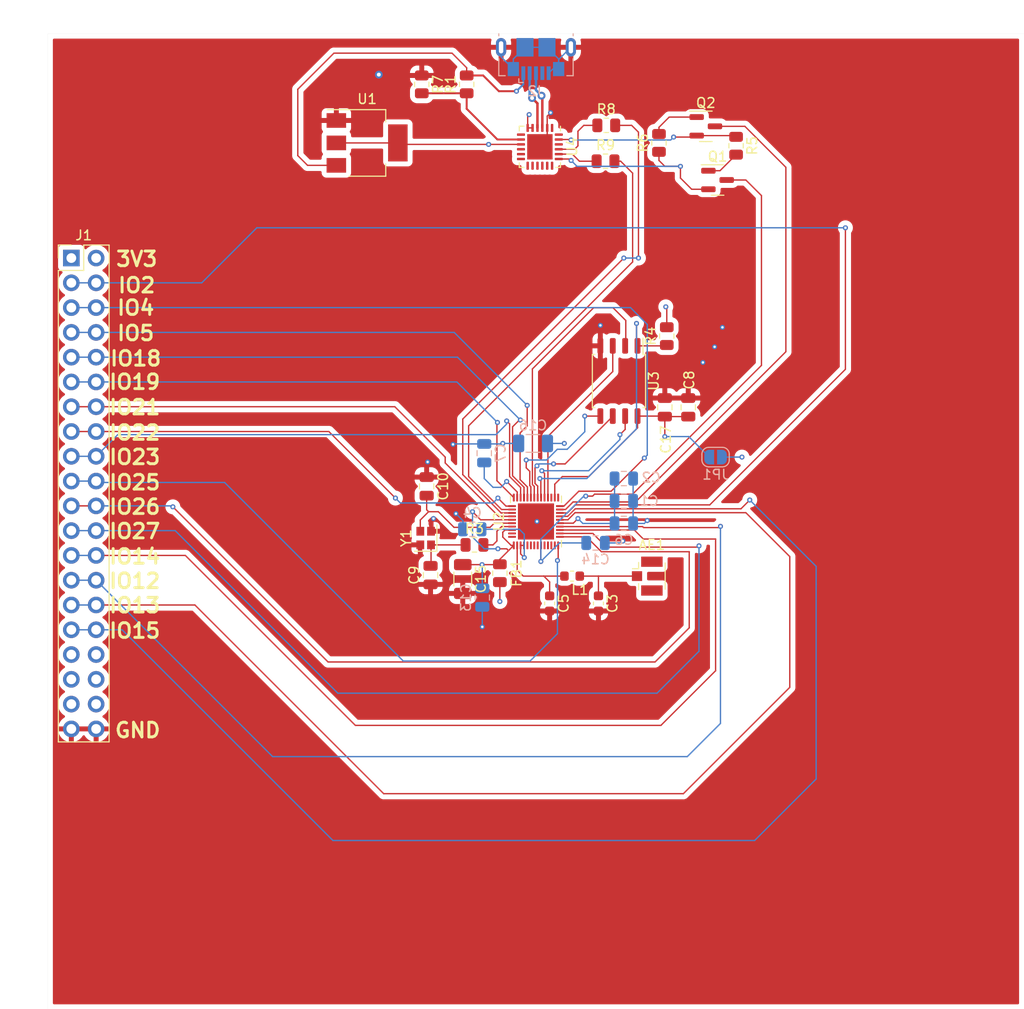
<source format=kicad_pcb>
(kicad_pcb (version 20211014) (generator pcbnew)
  (layers (0 "F.Cu" signal) (1 "In1.Cu" signal) (2 "In2.Cu" signal) (31 "B.Cu" signal) (34 "B.Paste" user) (35 "F.Paste" user) (36 "B.SilkS" user "B.Silkscreen") (37 "F.SilkS" user "F.Silkscreen") (38 "B.Mask" user) (39 "F.Mask" user) (44 "Edge.Cuts" user))
  (net 0 "")
  (net 1 "+3V3")
  (net 2 "GND")
  (net 3 "VDD_SDIO")
  (net 4 "Net-(C9-Pad2)")
  (net 5 "Net-(U2-Pad44)")
  (net 6 "Net-(U2-Pad1)")
  (net 7 "/EN")
  (net 8 "/IO2")
  (net 9 "/IO4")
  (net 10 "/IO5")
  (net 11 "/IO18")
  (net 12 "/IO19")
  (net 13 "/IO21")
  (net 14 "/IO22")
  (net 15 "/IO23")
  (net 16 "/IO25")
  (net 17 "/IO26")
  (net 18 "/IO27")
  (net 19 "/IO14")
  (net 20 "/IO12")
  (net 21 "/IO15")
  (net 28 "VBUS")
  (net 29 "Net-(J2-Pad2)")
  (net 30 "Net-(J2-Pad3)")
  (net 32 "Net-(Q1-Pad1)")
  (net 33 "/RTS")
  (net 34 "Net-(Q2-Pad1)")
  (net 35 "/DTR")
  (net 36 "/IO0")
  (net 37 "Net-(C3-Pad1)")
  (net 38 "Net-(U2-Pad45)")
  (net 39 "/FLASH_CS")
  (net 40 "Net-(C5-Pad1)")
  (net 41 "/IO36")
  (net 42 "/IO37")
  (net 43 "/IO38")
  (net 44 "/IO39")
  (net 45 "/IO34")
  (net 46 "/IO35")
  (net 47 "/IO32")
  (net 48 "/IO33")
  (net 49 "/IO16")
  (net 50 "/IO17")
  (net 51 "/FLASH_IO2")
  (net 52 "/FLASH_IO3")
  (net 53 "/FLASH_CLK")
  (net 54 "/FLASH_IO1")
  (net 55 "/FLASH_IO0")
  (net 56 "/RXD")
  (net 57 "/TXD")
  (net 69 "/DSR")
  (net 71 "Net-(U4-Pad8)")
  (net 72 "Net-(U4-Pad21)")
  (net 73 "Net-(U4-Pad20)")
  (net 76 "/IO13")
  (footprint "Package_SO:SOIC-8_5.23x5.23mm_P1.27mm" (layer "F.Cu") (at 78.5 55.6 -90)
    (fp_text reference "U3")
    (fp_text value "W25Q128JVS")
  )
  (footprint "Connector_Coaxial:U.FL_Hirose_U.FL-R-SMT-1_Vertical" (layer "F.Cu") (at 81.4 75.6)
    (fp_text reference "AE1")
    (fp_text value "Antenna")
  )
  (footprint "Package_TO_SOT_SMD:SOT-223-3_TabPin2" (layer "F.Cu") (at 52.7 31.2)
    (fp_text reference "U1")
    (fp_text value "AMS1117-3.3")
  )
  (footprint "Resistor_SMD:R_0805_2012Metric" (layer "F.Cu") (at 77.125 33.075)
    (fp_text reference "R9")
    (fp_text value "10k")
  )
  (footprint "Crystal:Crystal_SMD_2016-4Pin_2.0x1.6mm" (layer "F.Cu") (at 58.7 71.7 90)
    (fp_text reference "Y1")
    (fp_text value "Crystal_GND24")
  )
  (footprint "Resistor_SMD:R_0805_2012Metric" (layer "F.Cu") (at 58.3 25.2 -90)
    (fp_text reference "R7")
    (fp_text value "10k")
  )
  (footprint "Resistor_SMD:R_0805_2012Metric" (layer "F.Cu") (at 82.6 31.2 90)
    (fp_text reference "R6")
    (fp_text value "10k")
  )
  (footprint "Resistor_SMD:R_0805_2012Metric" (layer "F.Cu") (at 90.5 31.4875 -90)
    (fp_text reference "R5")
    (fp_text value "10k")
  )
  (footprint "Inductor_SMD:L_0603_1608Metric" (layer "F.Cu") (at 73.7 75.6 180)
    (fp_text reference "L1")
    (fp_text value "0.6n")
  )
  (footprint "Resistor_SMD:R_0805_2012Metric" (layer "F.Cu") (at 83.4 51 90)
    (fp_text reference "R4")
    (fp_text value "10k")
  )
  (footprint "Package_TO_SOT_SMD:SOT-23" (layer "F.Cu") (at 87.4 29.5)
    (fp_text reference "Q2")
    (fp_text value "BC817")
  )
  (footprint "Connector_PinHeader_2.54mm:PinHeader_2x20_P2.54mm_Vertical" (layer "F.Cu") (at 22.4 43)
    (fp_text reference "J1")
    (fp_text value "Conn_02x20_Odd_Even")
  )
  (footprint "Capacitor_SMD:C_0805_2012Metric" (layer "F.Cu") (at 59.2 75.5 90)
    (fp_text reference "C9")
    (fp_text value "8p")
  )
  (footprint "Resistor_SMD:R_0805_2012Metric" (layer "F.Cu") (at 77.2 29.4)
    (fp_text reference "R8")
    (fp_text value "10k")
  )
  (footprint "Capacitor_SMD:C_0603_1608Metric" (layer "F.Cu") (at 76.4 78.4 -90)
    (fp_text reference "C3")
    (fp_text value "C")
  )
  (footprint "Resistor_SMD:R_0805_2012Metric" (layer "F.Cu") (at 66.3 75.3 90)
    (fp_text reference "FB1")
    (fp_text value "FerriteBead")
  )
  (footprint "Capacitor_SMD:C_0805_2012Metric" (layer "F.Cu") (at 58.8 66.4 -90)
    (fp_text reference "C10")
    (fp_text value "C")
  )
  (footprint "Package_DFN_QFN:QFN-24-1EP_4x4mm_P0.5mm_EP2.6x2.6mm" (layer "F.Cu") (at 70.4 31.6 -90)
    (fp_text reference "U4")
    (fp_text value "CP2102N-Axx-xQFN24")
  )
  (footprint "Capacitor_SMD:C_0805_2012Metric" (layer "F.Cu") (at 83.2 58.3 90)
    (fp_text reference "C17")
    (fp_text value "100n")
  )
  (footprint "Capacitor_SMD:C_1206_3216Metric" (layer "F.Cu") (at 62.5 75.9 -90)
    (fp_text reference "C15")
    (fp_text value "10u")
  )
  (footprint "Resistor_SMD:R_0805_2012Metric" (layer "F.Cu") (at 63.7 72.4)
    (fp_text reference "R3")
    (fp_text value "1k")
  )
  (footprint "Package_DFN_QFN:QFN-48-1EP_5x5mm_P0.35mm_EP3.7x3.7mm" (layer "F.Cu") (at 70 70 90)
    (fp_text reference "U2")
    (fp_text value "ESP32")
  )
  (footprint "Capacitor_SMD:C_0603_1608Metric" (layer "F.Cu") (at 71.4 78.4 -90)
    (fp_text reference "C5")
    (fp_text value "C")
  )
  (footprint "Package_TO_SOT_SMD:SOT-23" (layer "F.Cu") (at 88.6 35)
    (fp_text reference "Q1")
    (fp_text value "BC817")
  )
  (footprint "Resistor_SMD:R_0805_2012Metric" (layer "F.Cu") (at 62.9 25.2 90)
    (fp_text reference "R1")
    (fp_text value "22.1k")
  )
  (footprint "Capacitor_SMD:C_0805_2012Metric" (layer "F.Cu") (at 85.6 58.3 90)
    (fp_text reference "C8")
    (fp_text value "100n")
  )
  (footprint "Jumper:SolderJumper-2_P1.3mm_Open_RoundedPad1.0x1.5mm" (layer "B.Cu") (at 88.4 63.4)
    (fp_text reference "JP1")
    (fp_text value "Jumper_2_Open")
  )
  (footprint "Capacitor_SMD:C_1206_3216Metric" (layer "B.Cu") (at 69.7 62 180)
    (fp_text reference "C16")
    (fp_text value "10u")
  )
  (footprint "Capacitor_SMD:C_0805_2012Metric" (layer "B.Cu") (at 76.1 72.2)
    (fp_text reference "C14")
    (fp_text value "1u")
  )
  (footprint "Capacitor_SMD:C_0805_2012Metric" (layer "B.Cu") (at 64.7 63 90)
    (fp_text reference "C7")
    (fp_text value "100n")
  )
  (footprint "Connector_USB:USB_Micro-B_GCT_USB3076-30-A" (layer "B.Cu") (at 70 22.6)
    (fp_text reference "J2")
    (fp_text value "USB_B_Micro")
  )
  (footprint "Capacitor_SMD:C_0805_2012Metric" (layer "B.Cu") (at 79 65.6)
    (fp_text reference "C2")
    (fp_text value "100n")
  )
  (footprint "Capacitor_SMD:C_0805_2012Metric" (layer "B.Cu") (at 63.472936 70.8 180)
    (fp_text reference "C4")
    (fp_text value "100n")
  )
  (footprint "Capacitor_SMD:C_0805_2012Metric" (layer "B.Cu") (at 79 70.2)
    (fp_text reference "C6")
    (fp_text value "100n")
  )
  (footprint "Capacitor_SMD:C_0805_2012Metric" (layer "B.Cu") (at 64.5 77.8 -90)
    (fp_text reference "C13")
    (fp_text value "100n")
  )
  (footprint "Capacitor_SMD:C_0805_2012Metric" (layer "B.Cu") (at 79 67.9)
    (fp_text reference "C1")
    (fp_text value "100n")
  )
  (gr_rect (start 20 20) (end 120 120) (layer "Edge.Cuts") (width 0.01) (fill none))
  (gr_text "IO23" (at 28.9 63.4) (layer "F.SilkS") (effects (font (size 1.5 1.5) (thickness 0.3))))
  (gr_text "IO15" (at 28.9 81.2) (layer "F.SilkS") (effects (font (size 1.5 1.5) (thickness 0.3))))
  (gr_text "GND" (at 29.2 91.4) (layer "F.SilkS") (effects (font (size 1.5 1.5) (thickness 0.3))))
  (gr_text "IO22" (at 28.9 60.9) (layer "F.SilkS") (effects (font (size 1.5 1.5) (thickness 0.3))))
  (gr_text "IO21" (at 28.9 58.3) (layer "F.SilkS") (effects (font (size 1.5 1.5) (thickness 0.3))))
  (gr_text "IO4" (at 29 48.1) (layer "F.SilkS") (effects (font (size 1.5 1.5) (thickness 0.3))))
  (gr_text "IO12" (at 28.9 76.1) (layer "F.SilkS") (effects (font (size 1.5 1.5) (thickness 0.3))))
  (gr_text "IO2" (at 29.1 45.8) (layer "F.SilkS") (effects (font (size 1.5 1.5) (thickness 0.3))))
  (gr_text "IO18" (at 29 53.3) (layer "F.SilkS") (effects (font (size 1.5 1.5) (thickness 0.3))))
  (gr_text "IO26" (at 28.9 68.5) (layer "F.SilkS") (effects (font (size 1.5 1.5) (thickness 0.3))))
  (gr_text "3V3" (at 29.1 43.1) (layer "F.SilkS") (effects (font (size 1.5 1.5) (thickness 0.3))))
  (gr_text "IO19" (at 28.9 55.7) (layer "F.SilkS") (effects (font (size 1.5 1.5) (thickness 0.3))))
  (gr_text "IO14\n" (at 28.9 73.6) (layer "F.SilkS") (effects (font (size 1.5 1.5) (thickness 0.3))))
  (gr_text "IO13" (at 28.9 78.6) (layer "F.SilkS") (effects (font (size 1.5 1.5) (thickness 0.3))))
  (gr_text "IO5\n" (at 29 50.7) (layer "F.SilkS") (effects (font (size 1.5 1.5) (thickness 0.3))))
  (gr_text "IO27\n" (at 28.9 71) (layer "F.SilkS") (effects (font (size 1.5 1.5) (thickness 0.3))))
  (gr_text "IO25\n" (at 28.9 66) (layer "F.SilkS") (effects (font (size 1.5 1.5) (thickness 0.3))))
  (segment (start 68.425 73.325) (end 68.425 72.45) (width 0.137) (layer "F.Cu") (net 1))
  (segment (start 69.15 29.6625) (end 69.15 28.45) (width 0.137) (layer "F.Cu") (net 1))
  (segment (start 83.4 50.0875) (end 83.4 48.1) (width 0.137) (layer "F.Cu") (net 1))
  (segment (start 68.4625 31.35) (end 65.15 31.35) (width 0.137) (layer "F.Cu") (net 1))
  (segment (start 68.8 73.7) (end 68.425 73.325) (width 0.137) (layer "F.Cu") (net 1))
  (segment (start 73.825 70.175) (end 72.45 70.175) (width 0.137) (layer "F.Cu") (net 1))
  (segment (start 68.075 66.975) (end 68.075 67.55) (width 0.137) (layer "F.Cu") (net 1))
  (segment (start 55.85 31.2) (end 49.55 31.2) (width 0.137) (layer "F.Cu") (net 1))
  (segment (start 66.3 78.2) (end 66.3 76.2125) (width 0.137) (layer "F.Cu") (net 1))
  (segment (start 65.15 31.35) (end 56 31.35) (width 0.137) (layer "F.Cu") (net 1))
  (segment (start 68.775 72.45) (end 68.425 72.45) (width 0.137) (layer "F.Cu") (net 1))
  (segment (start 69.15 28.45) (end 69.3 28.3) (width 0.137) (layer "F.Cu") (net 1))
  (segment (start 69.15 29.6625) (end 69.65 29.6625) (width 0.137) (layer "F.Cu") (net 1))
  (segment (start 67 65.9) (end 68.075 66.975) (width 0.137) (layer "F.Cu") (net 1))
  (segment (start 74.3 69.7) (end 73.825 70.175) (width 0.137) (layer "F.Cu") (net 1))
  (segment (start 83.4 48.1) (end 83.3 48) (width 0.137) (layer "F.Cu") (net 1))
  (segment (start 56 31.35) (end 55.85 31.2) (width 0.137) (layer "F.Cu") (net 1))
  (via (at 66.3 78.2) (size 0.51) (drill 0.25) (layers "F.Cu" "B.Cu") (net 1))
  (via (at 74.3 69.7) (size 0.51) (drill 0.25) (layers "F.Cu" "B.Cu") (net 1))
  (via (at 67 65.9) (size 0.51) (drill 0.25) (layers "F.Cu" "B.Cu") (net 1))
  (via (at 72.9 62) (size 0.51) (drill 0.25) (layers "F.Cu" "B.Cu") (net 1))
  (via (at 83.3 48) (size 0.51) (drill 0.25) (layers "F.Cu" "B.Cu") (net 1))
  (via (at 65.15 31.35) (size 0.51) (drill 0.25) (layers "F.Cu" "B.Cu") (net 1))
  (via (at 91.1 63.4) (size 0.51) (drill 0.25) (layers "F.Cu" "B.Cu") (net 1))
  (via (at 68.8 73.7) (size 0.51) (drill 0.25) (layers "F.Cu" "B.Cu") (net 1))
  (via (at 69.3 28.3) (size 0.51) (drill 0.25) (layers "F.Cu" "B.Cu") (net 1))
  (segment (start 78.05 67.9) (end 78.05 70.2) (width 0.137) (layer "B.Cu") (net 1))
  (segment (start 67 65.9) (end 66.4 66.5) (width 0.137) (layer "B.Cu") (net 1))
  (segment (start 66.4 66.5) (end 65.6 66.5) (width 0.137) (layer "B.Cu") (net 1))
  (segment (start 65.6 66.5) (end 64.7 65.6) (width 0.137) (layer "B.Cu") (net 1))
  (segment (start 64.422936 70.8) (end 68.3 70.8) (width 0.137) (layer "B.Cu") (net 1))
  (segment (start 89.05 63.4) (end 91.1 63.4) (width 0.137) (layer "B.Cu") (net 1))
  (segment (start 68.8 71.3) (end 68.8 73.7) (width 0.137) (layer "B.Cu") (net 1))
  (segment (start 78.05 65.6) (end 78.05 67.9) (width 0.137) (layer "B.Cu") (net 1))
  (segment (start 64.7 65.6) (end 64.7 63.95) (width 0.137) (layer "B.Cu") (net 1))
  (segment (start 71.175 62) (end 72.9 62) (width 0.137) (layer "B.Cu") (net 1))
  (segment (start 74.3 69.7) (end 74.8 70.2) (width 0.137) (layer "B.Cu") (net 1))
  (segment (start 74.8 70.2) (end 78.05 70.2) (width 0.137) (layer "B.Cu") (net 1))
  (segment (start 68.3 70.8) (end 68.8 71.3) (width 0.137) (layer "B.Cu") (net 1))
  (segment (start 71.15 29.6625) (end 71.15 28.45) (width 0.137) (layer "F.Cu") (net 2))
  (segment (start 76.595 49.905) (end 76.6 49.9) (width 0.137) (layer "F.Cu") (net 2))
  (segment (start 58.9 65.35) (end 58.9 63.9) (width 0.137) (layer "F.Cu") (net 2))
  (segment (start 71.15 28.45) (end 71.5 28.1) (width 0.137) (layer "F.Cu") (net 2))
  (segment (start 58.8 65.45) (end 58.9 65.35) (width 0.137) (layer "F.Cu") (net 2))
  (segment (start 76.595 52) (end 76.595 49.905) (width 0.137) (layer "F.Cu") (net 2))
  (segment (start 71.15 30.85) (end 70.4 31.6) (width 0.137) (layer "F.Cu") (net 2))
  (segment (start 71.15 29.6625) (end 71.15 30.85) (width 0.137) (layer "F.Cu") (net 2))
  (via (at 76.6 49.9) (size 0.51) (drill 0.25) (layers "F.Cu" "B.Cu") (net 2))
  (via (at 61.8 69.2) (size 0.51) (drill 0.25) (layers "F.Cu" "B.Cu") (net 2))
  (via (at 78.9 72) (size 0.51) (drill 0.25) (layers "F.Cu" "B.Cu") (net 2))
  (via (at 71.5 28.1) (size 0.51) (drill 0.25) (layers "F.Cu" "B.Cu") (net 2))
  (via (at 58.9 63.9) (size 0.51) (drill 0.25) (layers "F.Cu" "B.Cu") (net 2))
  (via (at 66.6 62) (size 0.51) (drill 0.25) (layers "F.Cu" "B.Cu") (net 2))
  (via (at 87.1 53.7) (size 0.51) (drill 0.25) (layers "F.Cu" "B.Cu") (net 2))
  (via (at 53.9 24.2) (size 0.8) (drill 0.4) (layers "F.Cu" "B.Cu") (net 2))
  (via (at 88.3 52.1) (size 0.51) (drill 0.25) (layers "F.Cu" "B.Cu") (net 2))
  (via (at 61.5 62.1) (size 0.51) (drill 0.25) (layers "F.Cu" "B.Cu") (net 2))
  (via (at 70.1 70) (size 0.51) (drill 0.25) (layers "F.Cu" "B.Cu") (net 2))
  (via (at 81.4 69.9) (size 0.51) (drill 0.25) (layers "F.Cu" "B.Cu") (net 2))
  (via (at 59.5 69.7) (size 0.51) (drill 0.25) (layers "F.Cu" "B.Cu") (net 2))
  (via (at 64.5 80.8) (size 0.51) (drill 0.25) (layers "F.Cu" "B.Cu") (net 2))
  (via (at 89.1 50.1) (size 0.51) (drill 0.25) (layers "F.Cu" "B.Cu") (net 2))
  (segment (start 62.522936 70.8) (end 62.522936 69.922936) (width 0.137) (layer "B.Cu") (net 2))
  (segment (start 64.5 78.75) (end 64.5 80.8) (width 0.137) (layer "B.Cu") (net 2))
  (segment (start 71.125 21.4) (end 72.32 22.595) (width 0.137) (layer "B.Cu") (net 2))
  (segment (start 64.7 62.05) (end 61.55 62.05) (width 0.137) (layer "B.Cu") (net 2))
  (segment (start 73.575 21.4) (end 72.32 22.655) (width 0.137) (layer "B.Cu") (net 2))
  (segment (start 68.225 62) (end 66.6 62) (width 0.137) (layer "B.Cu") (net 2))
  (segment (start 72.32 22.595) (end 72.32 23.63) (width 0.137) (layer "B.Cu") (net 2))
  (segment (start 67.68 22.595) (end 68.875 21.4) (width 0.137) (layer "B.Cu") (net 2))
  (segment (start 78.7 72.2) (end 78.9 72) (width 0.137) (layer "B.Cu") (net 2))
  (segment (start 61.55 62.05) (end 61.5 62.1) (width 0.137) (layer "B.Cu") (net 2))
  (segment (start 66.55 62.05) (end 66.6 62) (width 0.137) (layer "B.Cu") (net 2))
  (segment (start 66.425 22.375) (end 67.68 23.63) (width 0.137) (layer "B.Cu") (net 2))
  (segment (start 66.425 21.4) (end 66.425 22.375) (width 0.137) (layer "B.Cu") (net 2))
  (segment (start 81.1 70.2) (end 81.4 69.9) (width 0.137) (layer "B.Cu") (net 2))
  (segment (start 79.95 70.2) (end 81.1 70.2) (width 0.137) (layer "B.Cu") (net 2))
  (segment (start 68.875 21.4) (end 71.125 21.4) (width 0.137) (layer "B.Cu") (net 2))
  (segment (start 64.7 62.05) (end 66.55 62.05) (width 0.137) (layer "B.Cu") (net 2))
  (segment (start 71.72 23.63) (end 71.3 24.05) (width 0.137) (layer "B.Cu") (net 2))
  (segment (start 67.68 23.63) (end 67.68 22.595) (width 0.137) (layer "B.Cu") (net 2))
  (segment (start 79.95 67.9) (end 79.95 70.2) (width 0.137) (layer "B.Cu") (net 2))
  (segment (start 72.32 22.655) (end 72.32 23.63) (width 0.137) (layer "B.Cu") (net 2))
  (segment (start 72.32 23.63) (end 71.72 23.63) (width 0.137) (layer "B.Cu") (net 2))
  (segment (start 77.05 72.2) (end 78.7 72.2) (width 0.137) (layer "B.Cu") (net 2))
  (segment (start 62.522936 69.922936) (end 61.8 69.2) (width 0.137) (layer "B.Cu") (net 2))
  (segment (start 79.95 65.6) (end 79.95 67.9) (width 0.137) (layer "B.Cu") (net 2))
  (segment (start 80.405 60.400991) (end 75.405991 65.4) (width 0.137) (layer "F.Cu") (net 3))
  (segment (start 83.2 59.25) (end 83.2 61.3) (width 0.137) (layer "F.Cu") (net 3))
  (segment (start 80.405 59.2) (end 80.405 60.400991) (width 0.137) (layer "F.Cu") (net 3))
  (segment (start 72.7 65.4) (end 71.925 66.175) (width 0.137) (layer "F.Cu") (net 3))
  (segment (start 80.405 59.2) (end 83.15 59.2) (width 0.137) (layer "F.Cu") (net 3))
  (segment (start 71.925 66.175) (end 71.925 67.55) (width 0.137) (layer "F.Cu") (net 3))
  (segment (start 85.6 59.25) (end 83.2 59.25) (width 0.137) (layer "F.Cu") (net 3))
  (segment (start 75.405991 65.4) (end 72.7 65.4) (width 0.137) (layer "F.Cu") (net 3))
  (segment (start 83.15 59.2) (end 83.2 59.25) (width 0.137) (layer "F.Cu") (net 3))
  (via (at 83.2 61.3) (size 0.51) (drill 0.25) (layers "F.Cu" "B.Cu") (net 3))
  (segment (start 83.2 61.3) (end 85.65 61.3) (width 0.137) (layer "B.Cu") (net 3))
  (segment (start 85.65 61.3) (end 87.75 63.4) (width 0.137) (layer "B.Cu") (net 3))
  (segment (start 59.2 74.55) (end 59.25 74.5) (width 0.137) (layer "F.Cu") (net 4))
  (segment (start 59.25 74.5) (end 59.25 72.4) (width 0.137) (layer "F.Cu") (net 4))
  (segment (start 59.25 72.4) (end 62.7875 72.4) (width 0.137) (layer "F.Cu") (net 4))
  (segment (start 60 69) (end 61.6 70.6) (width 0.137) (layer "F.Cu") (net 5))
  (segment (start 58.8 67.35) (end 58.8 68.8) (width 0.137) (layer "F.Cu") (net 5))
  (segment (start 58.15 69.85) (end 59 69) (width 0.137) (layer "F.Cu") (net 5))
  (segment (start 65.725 70.175) (end 67.55 70.175) (width 0.137) (layer "F.Cu") (net 5))
  (segment (start 61.6 70.6) (end 65.3 70.6) (width 0.137) (layer "F.Cu") (net 5))
  (segment (start 58.8 68.8) (end 59 69) (width 0.137) (layer "F.Cu") (net 5))
  (segment (start 58.15 71) (end 58.15 69.85) (width 0.137) (layer "F.Cu") (net 5))
  (segment (start 65.3 70.6) (end 65.725 70.175) (width 0.137) (layer "F.Cu") (net 5))
  (segment (start 59 69) (end 60 69) (width 0.137) (layer "F.Cu") (net 5))
  (segment (start 66.6 71.1) (end 66.825 70.875) (width 0.137) (layer "F.Cu") (net 6))
  (segment (start 66.3 74.3875) (end 66.3 73.875) (width 0.137) (layer "F.Cu") (net 6))
  (segment (start 64.475 74.425) (end 66.2625 74.425) (width 0.137) (layer "F.Cu") (net 6))
  (segment (start 66.2625 74.425) (end 66.3 74.3875) (width 0.137) (layer "F.Cu") (net 6))
  (segment (start 66.3 73.875) (end 67.1875 72.9875) (width 0.137) (layer "F.Cu") (net 6))
  (segment (start 66.1 72.8) (end 67 72.8) (width 0.137) (layer "F.Cu") (net 6))
  (segment (start 67.725 72.45) (end 67.45 72.45) (width 0.137) (layer "F.Cu") (net 6))
  (segment (start 64.325 69.825) (end 63.5 69) (width 0.137) (layer "F.Cu") (net 6))
  (segment (start 67.55 69.825) (end 64.325 69.825) (width 0.137) (layer "F.Cu") (net 6))
  (segment (start 66.825 70.875) (end 67.55 70.875) (width 0.137) (layer "F.Cu") (net 6))
  (segment (start 67.45 72.45) (end 66.6 71.6) (width 0.137) (layer "F.Cu") (net 6))
  (segment (start 62.5 74.425) (end 64.475 74.425) (width 0.137) (layer "F.Cu") (net 6))
  (segment (start 67 72.8) (end 67.1875 72.9875) (width 0.137) (layer "F.Cu") (net 6))
  (segment (start 66.6 71.6) (end 66.6 71.1) (width 0.137) (layer "F.Cu") (net 6))
  (segment (start 67.1875 72.9875) (end 67.725 72.45) (width 0.137) (layer "F.Cu") (net 6))
  (via (at 64.475 74.425) (size 0.51) (drill 0.25) (layers "F.Cu" "B.Cu") (net 6))
  (via (at 63.5 69) (size 0.51) (drill 0.25) (layers "F.Cu" "B.Cu") (net 6))
  (via (at 66.1 72.8) (size 0.51) (drill 0.25) (layers "F.Cu" "B.Cu") (net 6))
  (segment (start 64.5 76.85) (end 64.5 74.45) (width 0.137) (layer "B.Cu") (net 6))
  (segment (start 64.7 72.8) (end 66.1 72.8) (width 0.137) (layer "B.Cu") (net 6))
  (segment (start 63.5 69) (end 63.5 71.6) (width 0.137) (layer "B.Cu") (net 6))
  (segment (start 64.5 74.45) (end 64.475 74.425) (width 0.137) (layer "B.Cu") (net 6))
  (segment (start 64.4 72.5) (end 64.7 72.8) (width 0.137) (layer "B.Cu") (net 6))
  (segment (start 63.5 71.6) (end 64.4 72.5) (width 0.137) (layer "B.Cu") (net 6))
  (segment (start 93.1 54) (end 93.1 36.6) (width 0.137) (layer "F.Cu") (net 7))
  (segment (start 79.9 67.2) (end 93.1 54) (width 0.137) (layer "F.Cu") (net 7))
  (segment (start 75.8 67.4) (end 76 67.2) (width 0.137) (layer "F.Cu") (net 7))
  (segment (start 91.5 35) (end 89.5375 35) (width 0.137) (layer "F.Cu") (net 7))
  (segment (start 75.1 67.4) (end 75.8 67.4) (width 0.137) (layer "F.Cu") (net 7))
  (segment (start 70.5 74.1) (end 70.5 72.475) (width 0.137) (layer "F.Cu") (net 7))
  (segment (start 76 67.2) (end 79.9 67.2) (width 0.137) (layer "F.Cu") (net 7))
  (segment (start 93.1 36.6) (end 91.5 35) (width 0.137) (layer "F.Cu") (net 7))
  (segment (start 70.5 72.475) (end 70.525 72.45) (width 0.137) (layer "F.Cu") (net 7))
  (via (at 70.5 74.1) (size 0.51) (drill 0.25) (layers "F.Cu" "B.Cu") (net 7))
  (via (at 75.1 67.4) (size 0.51) (drill 0.25) (layers "F.Cu" "B.Cu") (net 7))
  (segment (start 75.1 67.4) (end 74.9 67.4) (width 0.137) (layer "B.Cu") (net 7))
  (segment (start 75.15 72.2) (end 72.4 72.2) (width 0.137) (layer "B.Cu") (net 7))
  (segment (start 72.4 72.2) (end 70.5 74.1) (width 0.137) (layer "B.Cu") (net 7))
  (segment (start 74.9 67.4) (end 70.5 71.8) (width 0.137) (layer "B.Cu") (net 7))
  (segment (start 70.5 71.8) (end 70.5 74.1) (width 0.137) (layer "B.Cu") (net 7))
  (segment (start 74.044808 68.3) (end 87.8 68.3) (width 0.137) (layer "F.Cu") (net 8))
  (segment (start 87.8 68.3) (end 101.7 54.4) (width 0.137) (layer "F.Cu") (net 8))
  (segment (start 72.45 69.125) (end 73.219808 69.125) (width 0.137) (layer "F.Cu") (net 8))
  (segment (start 73.219808 69.125) (end 74.044808 68.3) (width 0.137) (layer "F.Cu") (net 8))
  (segment (start 101.7 54.4) (end 101.7 39.9) (width 0.137) (layer "F.Cu") (net 8))
  (via (at 101.7 39.9) (size 0.51) (drill 0.25) (layers "F.Cu" "B.Cu") (net 8))
  (segment (start 35.76 45.54) (end 24.94 45.54) (width 0.137) (layer "B.Cu") (net 8))
  (segment (start 101.7 39.9) (end 41.4 39.9) (width 0.137) (layer "B.Cu") (net 8))
  (segment (start 41.4 39.9) (end 35.76 45.54) (width 0.137) (layer "B.Cu") (net 8))
  (segment (start 24.94 45.54) (end 22.4 45.54) (width 0.137) (layer "B.Cu") (net 8))
  (segment (start 81.1 63.5) (end 77.7 66.9) (width 0.137) (layer "F.Cu") (net 9))
  (segment (start 74.3875 66.9) (end 72.8625 68.425) (width 0.137) (layer "F.Cu") (net 9))
  (segment (start 77.7 66.9) (end 74.3875 66.9) (width 0.137) (layer "F.Cu") (net 9))
  (segment (start 72.8625 68.425) (end 72.45 68.425) (width 0.137) (layer "F.Cu") (net 9))
  (via (at 81.1 63.5) (size 0.51) (drill 0.25) (layers "F.Cu" "B.Cu") (net 9))
  (segment (start 24.94 48.08) (end 79.68 48.08) (width 0.137) (layer "B.Cu") (net 9))
  (segment (start 79.68 48.08) (end 81.4 49.8) (width 0.137) (layer "B.Cu") (net 9))
  (segment (start 22.4 48.08) (end 24.94 48.08) (width 0.137) (layer "B.Cu") (net 9))
  (segment (start 81.4 49.8) (end 81.4 63.2) (width 0.137) (layer "B.Cu") (net 9))
  (segment (start 81.4 63.2) (end 81.1 63.5) (width 0.137) (layer "B.Cu") (net 9))
  (segment (start 68.5 60.8) (end 69.1 60.2) (width 0.137) (layer "F.Cu") (net 10))
  (segment (start 69.1 60.2) (end 69.1 58.1) (width 0.137) (layer "F.Cu") (net 10))
  (segment (start 68.3715 60.9285) (end 68.5 60.8) (width 0.137) (layer "F.Cu") (net 10))
  (segment (start 68.3715 65.710318) (end 68.3715 60.9285) (width 0.137) (layer "F.Cu") (net 10))
  (segment (start 69.125 66.463817) (end 68.730591 66.069409) (width 0.137) (layer "F.Cu") (net 10))
  (segment (start 69.125 67.55) (end 69.125 66.463817) (width 0.137) (layer "F.Cu") (net 10))
  (segment (start 68.730591 66.069409) (end 68.3715 65.710318) (width 0.137) (layer "F.Cu") (net 10))
  (via (at 69.1 58.1) (size 0.51) (drill 0.25) (layers "F.Cu" "B.Cu") (net 10))
  (segment (start 22.4 50.62) (end 24.94 50.62) (width 0.137) (layer "B.Cu") (net 10))
  (segment (start 69.1 58.1) (end 61.62 50.62) (width 0.137) (layer "B.Cu") (net 10))
  (segment (start 61.62 50.62) (end 24.94 50.62) (width 0.137) (layer "B.Cu") (net 10))
  (segment (start 67.6 60.3) (end 68.3 59.6) (width 0.137) (layer "F.Cu") (net 11))
  (segment (start 68.3 59.6) (end 68.4 59.6) (width 0.137) (layer "F.Cu") (net 11))
  (segment (start 68.775 66.491413) (end 67.6 65.316414) (width 0.137) (layer "F.Cu") (net 11))
  (segment (start 67.6 65.316414) (end 67.6 60.3) (width 0.137) (layer "F.Cu") (net 11))
  (segment (start 68.775 67.55) (end 68.775 66.491413) (width 0.137) (layer "F.Cu") (net 11))
  (via (at 68.4 59.6) (size 0.51) (drill 0.25) (layers "F.Cu" "B.Cu") (net 11))
  (segment (start 61.96 53.16) (end 68.4 59.6) (width 0.137) (layer "B.Cu") (net 11))
  (segment (start 22.4 53.16) (end 24.94 53.16) (width 0.137) (layer "B.Cu") (net 11))
  (segment (start 24.94 53.16) (end 61.96 53.16) (width 0.137) (layer "B.Cu") (net 11))
  (segment (start 66 59.9) (end 66 65.825) (width 0.137) (layer "F.Cu") (net 12))
  (segment (start 66.05 59.85) (end 66 59.9) (width 0.137) (layer "F.Cu") (net 12))
  (segment (start 66 65.825) (end 67.725 67.55) (width 0.137) (layer "F.Cu") (net 12))
  (via (at 66.05 59.85) (size 0.51) (drill 0.25) (layers "F.Cu" "B.Cu") (net 12))
  (segment (start 22.4 55.7) (end 24.94 55.7) (width 0.137) (layer "B.Cu") (net 12))
  (segment (start 66.05 59.85) (end 61.9 55.7) (width 0.137) (layer "B.Cu") (net 12))
  (segment (start 61.9 55.7) (end 24.94 55.7) (width 0.137) (layer "B.Cu") (net 12))
  (segment (start 66.175 69.475) (end 60.7 64) (width 0.137) (layer "F.Cu") (net 13))
  (segment (start 55.54 58.24) (end 24.94 58.24) (width 0.137) (layer "F.Cu") (net 13))
  (segment (start 60.7 64) (end 60.7 63.4) (width 0.137) (layer "F.Cu") (net 13))
  (segment (start 67.55 69.475) (end 66.175 69.475) (width 0.137) (layer "F.Cu") (net 13))
  (segment (start 60.7 63.4) (end 55.54 58.24) (width 0.137) (layer "F.Cu") (net 13))
  (segment (start 22.4 58.24) (end 24.94 58.24) (width 0.137) (layer "F.Cu") (net 13))
  (segment (start 48.78 60.78) (end 55.6 67.6) (width 0.137) (layer "F.Cu") (net 14))
  (segment (start 22.4 60.78) (end 24.94 60.78) (width 0.137) (layer "F.Cu") (net 14))
  (segment (start 66.925 68.425) (end 67.55 68.425) (width 0.137) (layer "F.Cu") (net 14))
  (segment (start 66.1 67.6) (end 66.925 68.425) (width 0.137) (layer "F.Cu") (net 14))
  (segment (start 24.94 60.78) (end 48.78 60.78) (width 0.137) (layer "F.Cu") (net 14))
  (via (at 66.1 67.6) (size 0.51) (drill 0.25) (layers "F.Cu" "B.Cu") (net 14))
  (via (at 55.6 67.6) (size 0.51) (drill 0.25) (layers "F.Cu" "B.Cu") (net 14))
  (segment (start 65.6 68.1) (end 56.1 68.1) (width 0.137) (layer "B.Cu") (net 14))
  (segment (start 56.1 68.1) (end 55.6 67.6) (width 0.137) (layer "B.Cu") (net 14))
  (segment (start 66.1 67.6) (end 65.6 68.1) (width 0.137) (layer "B.Cu") (net 14))
  (segment (start 67.3 65.394009) (end 67.3 60) (width 0.137) (layer "F.Cu") (net 15))
  (segment (start 68.425 66.519009) (end 67.3 65.394009) (width 0.137) (layer "F.Cu") (net 15))
  (segment (start 68.425 67.55) (end 68.425 66.519009) (width 0.137) (layer "F.Cu") (net 15))
  (segment (start 67.3 60) (end 67 59.7) (width 0.137) (layer "F.Cu") (net 15))
  (via (at 67 59.7) (size 0.51) (drill 0.25) (layers "F.Cu" "B.Cu") (net 15))
  (segment (start 67 59.7) (end 67 60.005991) (width 0.137) (layer "B.Cu") (net 15))
  (segment (start 27.16 61.1) (end 24.94 63.32) (width 0.137) (layer "B.Cu") (net 15))
  (segment (start 22.4 63.32) (end 24.94 63.32) (width 0.137) (layer "B.Cu") (net 15))
  (segment (start 67 60.005991) (end 65.905991 61.1) (width 0.137) (layer "B.Cu") (net 15))
  (segment (start 65.905991 61.1) (end 27.16 61.1) (width 0.137) (layer "B.Cu") (net 15))
  (segment (start 72.275 72.45) (end 72.275 73.925) (width 0.137) (layer "F.Cu") (net 16))
  (segment (start 72.275 73.925) (end 72.2 74) (width 0.137) (layer "F.Cu") (net 16))
  (via (at 72.2 74) (size 0.51) (drill 0.25) (layers "F.Cu" "B.Cu") (net 16))
  (segment (start 72.2 81.5) (end 69.4 84.3) (width 0.137) (layer "B.Cu") (net 16))
  (segment (start 72.2 74) (end 72.2 81.5) (width 0.137) (layer "B.Cu") (net 16))
  (segment (start 56.4 84.3) (end 38.1 66) (width 0.137) (layer "B.Cu") (net 16))
  (segment (start 25.08 66) (end 24.94 65.86) (width 0.137) (layer "B.Cu") (net 16))
  (segment (start 38.1 66) (end 25.08 66) (width 0.137) (layer "B.Cu") (net 16))
  (segment (start 69.4 84.3) (end 56.4 84.3) (width 0.137) (layer "B.Cu") (net 16))
  (segment (start 22.4 65.86) (end 24.94 65.86) (width 0.137) (layer "B.Cu") (net 16))
  (segment (start 76.7 73.1) (end 85.7 73.1) (width 0.137) (layer "F.Cu") (net 17))
  (segment (start 48.7 84.4) (end 32.8 68.5) (width 0.137) (layer "F.Cu") (net 17))
  (segment (start 72.45 71.575) (end 75.175 71.575) (width 0.137) (layer "F.Cu") (net 17))
  (segment (start 22.4 68.4) (end 24.94 68.4) (width 0.137) (layer "F.Cu") (net 17))
  (segment (start 85.7 73.1) (end 85.7 80.9) (width 0.137) (layer "F.Cu") (net 17))
  (segment (start 85.7 80.9) (end 82.2 84.4) (width 0.137) (layer "F.Cu") (net 17))
  (segment (start 82.2 84.4) (end 48.7 84.4) (width 0.137) (layer "F.Cu") (net 17))
  (segment (start 76.5 72.9) (end 76.7 73.1) (width 0.137) (layer "F.Cu") (net 17))
  (segment (start 75.175 71.575) (end 76.5 72.9) (width 0.137) (layer "F.Cu") (net 17))
  (via (at 32.8 68.5) (size 0.51) (drill 0.25) (layers "F.Cu" "B.Cu") (net 17))
  (segment (start 32.7 68.4) (end 24.94 68.4) (width 0.137) (layer "B.Cu") (net 17))
  (segment (start 32.8 68.5) (end 32.7 68.4) (width 0.137) (layer "B.Cu") (net 17))
  (segment (start 86.7 72.5) (end 86.5715 72.6285) (width 0.137) (layer "F.Cu") (net 18))
  (segment (start 77.2285 72.6285) (end 75.825 71.225) (width 0.137) (layer "F.Cu") (net 18))
  (segment (start 75.825 71.225) (end 72.45 71.225) (width 0.137) (layer "F.Cu") (net 18))
  (segment (start 86.5715 72.6285) (end 77.2285 72.6285) (width 0.137) (layer "F.Cu") (net 18))
  (via (at 86.7 72.5) (size 0.51) (drill 0.25) (layers "F.Cu" "B.Cu") (net 18))
  (segment (start 86.7 83.3) (end 86.7 72.5) (width 0.137) (layer "B.Cu") (net 18))
  (segment (start 82.4 87.6) (end 86.7 83.3) (width 0.137) (layer "B.Cu") (net 18))
  (segment (start 49.7 87.6) (end 82.4 87.6) (width 0.137) (layer "B.Cu") (net 18))
  (segment (start 33.04 70.94) (end 47.1 85) (width 0.137) (layer "B.Cu") (net 18))
  (segment (start 47.1 85) (end 49.7 87.6) (width 0.137) (layer "B.Cu") (net 18))
  (segment (start 24.94 70.94) (end 33.04 70.94) (width 0.137) (layer "B.Cu") (net 18))
  (segment (start 22.4 70.94) (end 24.94 70.94) (width 0.137) (layer "B.Cu") (net 18))
  (segment (start 51.5 90.9) (end 34.08 73.48) (width 0.137) (layer "F.Cu") (net 19))
  (segment (start 88.4 71.8) (end 88.4 85.3) (width 0.137) (layer "F.Cu") (net 19))
  (segment (start 88.4 85.3) (end 82.8 90.9) (width 0.137) (layer "F.Cu") (net 19))
  (segment (start 81 71.8) (end 88.4 71.8) (width 0.137) (layer "F.Cu") (net 19))
  (segment (start 34.08 73.48) (end 24.94 73.48) (width 0.137) (layer "F.Cu") (net 19))
  (segment (start 82.8 90.9) (end 51.5 90.9) (width 0.137) (layer "F.Cu") (net 19))
  (segment (start 80.075 70.875) (end 81 71.8) (width 0.137) (layer "F.Cu") (net 19))
  (segment (start 72.45 70.875) (end 80.075 70.875) (width 0.137) (layer "F.Cu") (net 19))
  (segment (start 22.4 73.48) (end 24.94 73.48) (width 0.137) (layer "B.Cu") (net 19))
  (segment (start 81.022509 70.6285) (end 80.919009 70.525) (width 0.137) (layer "F.Cu") (net 20))
  (segment (start 80.919009 70.525) (end 72.45 70.525) (width 0.137) (layer "F.Cu") (net 20))
  (segment (start 88.7715 70.6285) (end 81.022509 70.6285) (width 0.137) (layer "F.Cu") (net 20))
  (segment (start 88.9 70.5) (end 88.7715 70.6285) (width 0.137) (layer "F.Cu") (net 20))
  (via (at 88.9 70.5) (size 0.51) (drill 0.25) (layers "F.Cu" "B.Cu") (net 20))
  (segment (start 88.9 90.7) (end 88.9 70.5) (width 0.137) (layer "B.Cu") (net 20))
  (segment (start 22.4 76.02) (end 24.94 76.02) (width 0.137) (layer "B.Cu") (net 20))
  (segment (start 85.5 94.1) (end 88.9 90.7) (width 0.137) (layer "B.Cu") (net 20))
  (segment (start 24.94 76.02) (end 43.02 94.1) (width 0.137) (layer "B.Cu") (net 20))
  (segment (start 43.02 94.1) (end 85.5 94.1) (width 0.137) (layer "B.Cu") (net 20))
  (segment (start 73.247404 69.475) (end 74.022404 68.7) (width 0.137) (layer "F.Cu") (net 21))
  (segment (start 74.022404 68.7) (end 91 68.7) (width 0.137) (layer "F.Cu") (net 21))
  (segment (start 91 68.7) (end 91.9 67.8) (width 0.137) (layer "F.Cu") (net 21))
  (segment (start 72.45 69.475) (end 73.247404 69.475) (width 0.137) (layer "F.Cu") (net 21))
  (via (at 91.9 67.8) (size 0.51) (drill 0.25) (layers "F.Cu" "B.Cu") (net 21))
  (segment (start 98.7 96.4) (end 98.7 76.4) (width 0.137) (layer "B.Cu") (net 21))
  (segment (start 24.94 81.1) (end 27.6 81.1) (width 0.137) (layer "B.Cu") (net 21))
  (segment (start 46.3 99.8) (end 49.2 102.7) (width 0.137) (layer "B.Cu") (net 21))
  (segment (start 98.7 74.6) (end 91.9 67.8) (width 0.137) (layer "B.Cu") (net 21))
  (segment (start 92.4 102.7) (end 98.7 96.4) (width 0.137) (layer "B.Cu") (net 21))
  (segment (start 22.4 81.1) (end 24.94 81.1) (width 0.137) (layer "B.Cu") (net 21))
  (segment (start 98.7 76.4) (end 98.7 74.6) (width 0.137) (layer "B.Cu") (net 21))
  (segment (start 49.2 102.7) (end 92.4 102.7) (width 0.137) (layer "B.Cu") (net 21))
  (segment (start 27.6 81.1) (end 46.3 99.8) (width 0.137) (layer "B.Cu") (net 21))
  (segment (start 49.55 33.5) (end 46.6 33.5) (width 0.137) (layer "F.Cu") (net 28))
  (segment (start 62.9 23.5) (end 62.9 24.2875) (width 0.137) (layer "F.Cu") (net 28))
  (segment (start 66.2 25.9) (end 64.5875 24.2875) (width 0.2) (layer "F.Cu") (net 28))
  (segment (start 46.6 33.5) (end 45.6 32.5) (width 0.137) (layer "F.Cu") (net 28))
  (segment (start 61.4 22) (end 62.9 23.5) (width 0.137) (layer "F.Cu") (net 28))
  (segment (start 45.6 25.7) (end 49.3 22) (width 0.137) (layer "F.Cu") (net 28))
  (segment (start 49.3 22) (end 61.4 22) (width 0.137) (layer "F.Cu") (net 28))
  (segment (start 68 25.9) (end 66.2 25.9) (width 0.2) (layer "F.Cu") (net 28))
  (segment (start 45.6 32.5) (end 45.6 25.7) (width 0.137) (layer "F.Cu") (net 28))
  (segment (start 64.5875 24.2875) (end 62.9 24.2875) (width 0.2) (layer "F.Cu") (net 28))
  (via (at 68 25.9) (size 0.51) (drill 0.25) (layers "F.Cu" "B.Cu") (net 28))
  (segment (start 68.7 24.05) (end 68.7 25.2) (width 0.2) (layer "B.Cu") (net 28))
  (segment (start 68.7 25.2) (end 68 25.9) (width 0.2) (layer "B.Cu") (net 28))
  (segment (start 70.15 27.15) (end 70.15 29.6625) (width 0.25) (layer "F.Cu") (net 29))
  (segment (start 69.6 26.6) (end 70.15 27.15) (width 0.25) (layer "F.Cu") (net 29))
  (via (at 69.6 26.6) (size 0.8) (drill 0.4) (layers "F.Cu" "B.Cu") (net 29))
  (segment (start 69.35 24.05) (end 69.35 26.35) (width 0.25) (layer "B.Cu") (net 29))
  (segment (start 69.35 26.35) (end 69.6 26.6) (width 0.25) (layer "B.Cu") (net 29))
  (segment (start 70.65 29.6625) (end 70.65 26.437926) (width 0.25) (layer "F.Cu") (net 30))
  (segment (start 70.65 26.437926) (end 70.569659 26.357585) (width 0.25) (layer "F.Cu") (net 30))
  (via (at 70.569659 26.357585) (size 0.8) (drill 0.4) (layers "F.Cu" "B.Cu") (net 30))
  (segment (start 70.569659 26.357585) (end 70 25.787926) (width 0.25) (layer "B.Cu") (net 30))
  (segment (start 70 25.787926) (end 70 24.05) (width 0.25) (layer "B.Cu") (net 30))
  (segment (start 88.85 34.05) (end 87.6625 34.05) (width 0.137) (layer "F.Cu") (net 32))
  (segment (start 90.5 32.4) (end 88.85 34.05) (width 0.137) (layer "F.Cu") (net 32))
  (segment (start 72.3375 32.85) (end 73.45 32.85) (width 0.137) (layer "F.Cu") (net 33))
  (segment (start 73.45 32.85) (end 73.6 33) (width 0.137) (layer "F.Cu") (net 33))
  (segment (start 83.2 33.6) (end 82.6 33) (width 0.137) (layer "F.Cu") (net 33))
  (segment (start 84.8 33.6) (end 83.2 33.6) (width 0.137) (layer "F.Cu") (net 33))
  (segment (start 84.8 33.6) (end 84.8 34.8) (width 0.137) (layer "F.Cu") (net 33))
  (segment (start 85.95 35.95) (end 87.6625 35.95) (width 0.137) (layer "F.Cu") (net 33))
  (segment (start 82.6 33) (end 82.6 32.1125) (width 0.137) (layer "F.Cu") (net 33))
  (segment (start 84.8 34.8) (end 85.95 35.95) (width 0.137) (layer "F.Cu") (net 33))
  (via (at 84.8 33.6) (size 0.51) (drill 0.25) (layers "F.Cu" "B.Cu") (net 33))
  (via (at 73.6 33) (size 0.51) (drill 0.25) (layers "F.Cu" "B.Cu") (net 33))
  (segment (start 73.6 33) (end 74.2 33.6) (width 0.137) (layer "B.Cu") (net 33))
  (segment (start 74.2 33.6) (end 84.8 33.6) (width 0.137) (layer "B.Cu") (net 33))
  (segment (start 82.6 29.6) (end 83.65 28.55) (width 0.137) (layer "F.Cu") (net 34))
  (segment (start 83.65 28.55) (end 86.4625 28.55) (width 0.137) (layer "F.Cu") (net 34))
  (segment (start 82.6 30.2875) (end 82.6 29.6) (width 0.137) (layer "F.Cu") (net 34))
  (segment (start 86.4625 30.45) (end 90.375 30.45) (width 0.137) (layer "F.Cu") (net 35))
  (segment (start 90.375 30.45) (end 90.5 30.575) (width 0.137) (layer "F.Cu") (net 35))
  (segment (start 84.1 30.6) (end 86.3125 30.6) (width 0.137) (layer "F.Cu") (net 35))
  (segment (start 73.55 30.85) (end 73.6 30.9) (width 0.137) (layer "F.Cu") (net 35))
  (segment (start 86.3125 30.6) (end 86.4625 30.45) (width 0.137) (layer "F.Cu") (net 35))
  (segment (start 72.3375 30.85) (end 73.55 30.85) (width 0.137) (layer "F.Cu") (net 35))
  (via (at 84.1 30.6) (size 0.51) (drill 0.25) (layers "F.Cu" "B.Cu") (net 35))
  (via (at 73.6 30.9) (size 0.51) (drill 0.25) (layers "F.Cu" "B.Cu") (net 35))
  (segment (start 83.8 30.9) (end 84.1 30.6) (width 0.137) (layer "B.Cu") (net 35))
  (segment (start 73.6 30.9) (end 83.8 30.9) (width 0.137) (layer "B.Cu") (net 35))
  (segment (start 73.025 68.775) (end 73.8 68) (width 0.137) (layer "F.Cu") (net 36))
  (segment (start 72.45 68.775) (end 73.025 68.775) (width 0.137) (layer "F.Cu") (net 36))
  (segment (start 91.4 29.5) (end 88.3375 29.5) (width 0.137) (layer "F.Cu") (net 36))
  (segment (start 73.8 68) (end 80.2 68) (width 0.137) (layer "F.Cu") (net 36))
  (segment (start 95.6 52.6) (end 95.6 33.7) (width 0.137) (layer "F.Cu") (net 36))
  (segment (start 95.6 33.7) (end 91.4 29.5) (width 0.137) (layer "F.Cu") (net 36))
  (segment (start 80.2 68) (end 95.6 52.6) (width 0.137) (layer "F.Cu") (net 36))
  (segment (start 76.4 75.6) (end 80.35 75.6) (width 0.137) (layer "F.Cu") (net 37))
  (segment (start 74.4875 75.6) (end 76.4 75.6) (width 0.137) (layer "F.Cu") (net 37))
  (segment (start 76.4 77.625) (end 76.4 75.6) (width 0.137) (layer "F.Cu") (net 37))
  (segment (start 66.475 70.525) (end 66 71) (width 0.137) (layer "F.Cu") (net 38))
  (segment (start 65.6 72.4) (end 64.6125 72.4) (width 0.137) (layer "F.Cu") (net 38))
  (segment (start 67.55 70.525) (end 66.475 70.525) (width 0.137) (layer "F.Cu") (net 38))
  (segment (start 66 72) (end 65.6 72.4) (width 0.137) (layer "F.Cu") (net 38))
  (segment (start 66 71) (end 66 72) (width 0.137) (layer "F.Cu") (net 38))
  (segment (start 83.3125 52) (end 80.405 52) (width 0.137) (layer "F.Cu") (net 39))
  (segment (start 70.525 67.55) (end 70.5 67.525) (width 0.137) (layer "F.Cu") (net 39))
  (segment (start 70.5 67.525) (end 70.5 65.7) (width 0.137) (layer "F.Cu") (net 39))
  (segment (start 70.5 65.7) (end 70.4 65.6) (width 0.137) (layer "F.Cu") (net 39))
  (segment (start 80.3 51.895) (end 80.405 52) (width 0.137) (layer "F.Cu") (net 39))
  (segment (start 80.3 49.7) (end 80.3 51.895) (width 0.137) (layer "F.Cu") (net 39))
  (segment (start 83.4 51.9125) (end 83.3125 52) (width 0.137) (layer "F.Cu") (net 39))
  (via (at 80.3 49.7) (size 0.51) (drill 0.25) (layers "F.Cu" "B.Cu") (net 39))
  (via (at 70.4 65.6) (size 0.51) (drill 0.25) (layers "F.Cu" "B.Cu") (net 39))
  (segment (start 80.3 60.505991) (end 80.3 49.7) (width 0.137) (layer "B.Cu") (net 39))
  (segment (start 75.205991 65.6) (end 80.3 60.505991) (width 0.137) (layer "B.Cu") (net 39))
  (segment (start 70.4 65.6) (end 75.205991 65.6) (width 0.137) (layer "B.Cu") (net 39))
  (segment (start 71.4 77.625) (end 71.4 76.2) (width 0.137) (layer "F.Cu") (net 40))
  (segment (start 70.8 75.6) (end 72.9125 75.6) (width 0.137) (layer "F.Cu") (net 40))
  (segment (start 71.4 76.2) (end 70.8 75.6) (width 0.137) (layer "F.Cu") (net 40))
  (segment (start 68.075 72.45) (end 68.075 74.975) (width 0.137) (layer "F.Cu") (net 40))
  (segment (start 68.7 75.6) (end 70.8 75.6) (width 0.137) (layer "F.Cu") (net 40))
  (segment (start 68.075 74.975) (end 68.7 75.6) (width 0.137) (layer "F.Cu") (net 40))
  (segment (start 71.225 61.275) (end 77.865 54.635) (width 0.137) (layer "F.Cu") (net 51))
  (segment (start 71.225 67.55) (end 71.225 61.275) (width 0.137) (layer "F.Cu") (net 51))
  (segment (start 77.865 54.635) (end 77.865 52) (width 0.137) (layer "F.Cu") (net 51))
  (segment (start 78.6 61.1) (end 79.135 60.565) (width 0.137) (layer "F.Cu") (net 52))
  (segment (start 70.6 64.8) (end 70.875 65.075) (width 0.137) (layer "F.Cu") (net 52))
  (segment (start 79.135 60.565) (end 79.135 59.2) (width 0.137) (layer "F.Cu") (net 52))
  (segment (start 70.875 65.075) (end 70.875 67.55) (width 0.137) (layer "F.Cu") (net 52))
  (via (at 78.6 61.1) (size 0.51) (drill 0.25) (layers "F.Cu" "B.Cu") (net 52))
  (via (at 70.6 64.8) (size 0.51) (drill 0.25) (layers "F.Cu" "B.Cu") (net 52))
  (segment (start 78.6 61.1) (end 78.6 61.6) (width 0.137) (layer "B.Cu") (net 52))
  (segment (start 75.4 64.8) (end 70.6 64.8) (width 0.137) (layer "B.Cu") (net 52))
  (segment (start 78.6 61.6) (end 75.4 64.8) (width 0.137) (layer "B.Cu") (net 52))
  (segment (start 77.865 59.2) (end 77.865 59.222853) (width 0.137) (layer "F.Cu") (net 53))
  (segment (start 70.175 66.375) (end 70.175 67.55) (width 0.137) (layer "F.Cu") (net 53))
  (segment (start 70.1 64.3) (end 69.9 64.5) (width 0.137) (layer "F.Cu") (net 53))
  (segment (start 69.9 64.5) (end 69.9 66.1) (width 0.137) (layer "F.Cu") (net 53))
  (segment (start 77.865 59.222853) (end 72.987853 64.1) (width 0.137) (layer "F.Cu") (net 53))
  (segment (start 69.9 66.1) (end 70.175 66.375) (width 0.137) (layer "F.Cu") (net 53))
  (segment (start 72.987853 64.1) (end 71.8 64.1) (width 0.137) (layer "F.Cu") (net 53))
  (via (at 71.8 64.1) (size 0.51) (drill 0.25) (layers "F.Cu" "B.Cu") (net 53))
  (via (at 70.1 64.3) (size 0.51) (drill 0.25) (layers "F.Cu" "B.Cu") (net 53))
  (segment (start 70.3 64.1) (end 71.8 64.1) (width 0.137) (layer "B.Cu") (net 53))
  (segment (start 70.1 64.3) (end 70.3 64.1) (width 0.137) (layer "B.Cu") (net 53))
  (segment (start 79.2 51.912147) (end 79.2 49.4) (width 0.137) (layer "F.Cu") (net 54))
  (segment (start 69.825 66.402596) (end 69.825 67.55) (width 0.137) (layer "F.Cu") (net 54))
  (segment (start 69.633 66.210596) (end 69.825 66.402596) (width 0.137) (layer "F.Cu") (net 54))
  (segment (start 79.135 52) (end 79.135 51.977147) (width 0.137) (layer "F.Cu") (net 54))
  (segment (start 79.135 51.977147) (end 79.2 51.912147) (width 0.137) (layer "F.Cu") (net 54))
  (segment (start 79.2 49.4) (end 77.9 48.1) (width 0.137) (layer "F.Cu") (net 54))
  (segment (start 75.9 48.1) (end 69.633 54.367) (width 0.137) (layer "F.Cu") (net 54))
  (segment (start 77.9 48.1) (end 75.9 48.1) (width 0.137) (layer "F.Cu") (net 54))
  (segment (start 69.633 54.367) (end 69.633 66.210596) (width 0.137) (layer "F.Cu") (net 54))
  (segment (start 69 64.5) (end 69.366 64.866) (width 0.137) (layer "F.Cu") (net 55))
  (segment (start 69 63.7) (end 69 64.5) (width 0.137) (layer "F.Cu") (net 55))
  (segment (start 69.475 66.430192) (end 69.475 67.55) (width 0.137) (layer "F.Cu") (net 55))
  (segment (start 75 59.2) (end 76.595 59.2) (width 0.137) (layer "F.Cu") (net 55))
  (segment (start 69.366 66.321191) (end 69.475 66.430192) (width 0.137) (layer "F.Cu") (net 55))
  (segment (start 69.366 64.866) (end 69.366 66.321191) (width 0.137) (layer "F.Cu") (net 55))
  (via (at 75 59.2) (size 0.51) (drill 0.25) (layers "F.Cu" "B.Cu") (net 55))
  (via (at 69 63.7) (size 0.51) (drill 0.25) (layers "F.Cu" "B.Cu") (net 55))
  (segment (start 72.184275 62.6) (end 73.2 62.6) (width 0.137) (layer "B.Cu") (net 55))
  (segment (start 73.2 62.6) (end 75 60.8) (width 0.137) (layer "B.Cu") (net 55))
  (segment (start 69 63.7) (end 71.084275 63.7) (width 0.137) (layer "B.Cu") (net 55))
  (segment (start 75 60.8) (end 75 59.2) (width 0.137) (layer "B.Cu") (net 55))
  (segment (start 71.084275 63.7) (end 72.184275 62.6) (width 0.137) (layer "B.Cu") (net 55))
  (segment (start 79.9 43.4) (end 63.1 60.2) (width 0.137) (layer "F.Cu") (net 56))
  (segment (start 63.1 60.2) (end 63.1 65.4) (width 0.137) (layer "F.Cu") (net 56))
  (segment (start 63.1 65.4) (end 66.475 68.775) (width 0.137) (layer "F.Cu") (net 56))
  (segment (start 66.475 68.775) (end 67.55 68.775) (width 0.137) (layer "F.Cu") (net 56))
  (segment (start 78.0375 33.075) (end 78.675 33.075) (width 0.137) (layer "F.Cu") (net 56))
  (segment (start 79.9 34.3) (end 79.9 43.4) (width 0.137) (layer "F.Cu") (net 56))
  (segment (start 78.675 33.075) (end 79.9 34.3) (width 0.137) (layer "F.Cu") (net 56))
  (segment (start 62.5 65.2) (end 62.5 59.5) (width 0.137) (layer "F.Cu") (net 57))
  (segment (start 62.5 59.5) (end 79 43) (width 0.137) (layer "F.Cu") (net 57))
  (segment (start 80.5 30.1) (end 79.8 29.4) (width 0.137) (layer "F.Cu") (net 57))
  (segment (start 66.425 69.125) (end 62.5 65.2) (width 0.137) (layer "F.Cu") (net 57))
  (segment (start 80.5 43) (end 80.5 30.1) (width 0.137) (layer "F.Cu") (net 57))
  (segment (start 79.8 29.4) (end 78.1125 29.4) (width 0.137) (layer "F.Cu") (net 57))
  (segment (start 67.55 69.125) (end 66.425 69.125) (width 0.137) (layer "F.Cu") (net 57))
  (via (at 79 43) (size 0.51) (drill 0.25) (layers "F.Cu" "B.Cu") (net 57))
  (via (at 80.5 43) (size 0.51) (drill 0.25) (layers "F.Cu" "B.Cu") (net 57))
  (segment (start 79 43) (end 80.5 43) (width 0.137) (layer "B.Cu") (net 57))
  (segment (start 58.3 26.1125) (end 62.9 26.1125) (width 0.2) (layer "F.Cu") (net 71))
  (segment (start 66.05 30.85) (end 68.4625 30.85) (width 0.2) (layer "F.Cu") (net 71))
  (segment (start 62.9 27.7) (end 66.05 30.85) (width 0.2) (layer "F.Cu") (net 71))
  (segment (start 62.9 26.1125) (end 62.9 27.7) (width 0.2) (layer "F.Cu") (net 71))
  (segment (start 72.3375 31.85) (end 73.95 31.85) (width 0.137) (layer "F.Cu") (net 72))
  (segment (start 74.3 30) (end 74.9 29.4) (width 0.137) (layer "F.Cu") (net 72))
  (segment (start 73.95 31.85) (end 74.3 31.5) (width 0.137) (layer "F.Cu") (net 72))
  (segment (start 74.3 31.5) (end 74.3 30) (width 0.137) (layer "F.Cu") (net 72))
  (segment (start 74.9 29.4) (end 76.2875 29.4) (width 0.137) (layer "F.Cu") (net 72))
  (segment (start 73.725 32.35) (end 74.45 33.075) (width 0.137) (layer "F.Cu") (net 73))
  (segment (start 72.3375 32.35) (end 73.725 32.35) (width 0.137) (layer "F.Cu") (net 73))
  (segment (start 74.45 33.075) (end 76.2125 33.075) (width 0.137) (layer "F.Cu") (net 73))
  (segment (start 72.45 69.825) (end 73.275 69.825) (width 0.137) (layer "F.Cu") (net 76))
  (segment (start 96 87) (end 85.1 97.9) (width 0.137) (layer "F.Cu") (net 76))
  (segment (start 54.4 97.9) (end 35.06 78.56) (width 0.137) (layer "F.Cu") (net 76))
  (segment (start 91.5 69.1) (end 96 73.6) (width 0.137) (layer "F.Cu") (net 76))
  (segment (start 96 73.6) (end 96 87) (width 0.137) (layer "F.Cu") (net 76))
  (segment (start 73.275 69.825) (end 74 69.1) (width 0.137) (layer "F.Cu") (net 76))
  (segment (start 85.1 97.9) (end 54.4 97.9) (width 0.137) (layer "F.Cu") (net 76))
  (segment (start 74 69.1) (end 91.5 69.1) (width 0.137) (layer "F.Cu") (net 76))
  (segment (start 35.06 78.56) (end 24.94 78.56) (width 0.137) (layer "F.Cu") (net 76))
  (segment (start 22.4 78.56) (end 24.94 78.56) (width 0.137) (layer "B.Cu") (net 76))
  (zone (net 2) (net_name "GND") (layers "F.Cu" "In1.Cu") (connect_pads (clearance 0.508)) (min_thickness 0.254) (fill yes (thermal_gap 0.508) (thermal_bridge_width 0.508))
    (polygon (pts (xy 120 120) (xy 20 120) (xy 20 20) (xy 120 20)))
  )
)
</source>
